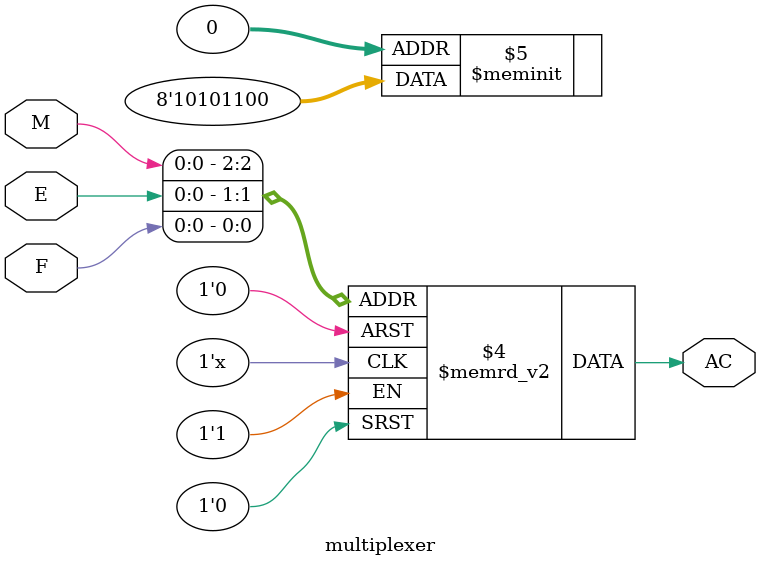
<source format=v>



// Generated by Quartus II 64-Bit Version 13.1 (Build Build 162 10/23/2013)
// Created on Thu Oct 24 17:39:36 2024

//  Module Declaration
module multiplexer
(
// {{ALTERA_ARGS_BEGIN}} DO NOT REMOVE THIS LINE!
E, F, M, AC
// {{ALTERA_ARGS_END}} DO NOT REMOVE THIS LINE!
);
// Port Declaration

// {{ALTERA_IO_BEGIN}} DO NOT REMOVE THIS LINE!
input E;
input F;
input M;
output AC;
// {{ALTERA_IO_END}} DO NOT REMOVE THIS LINE!

reg AC;

always @ (M or E or F)
begin
case ({M,E,F})

3'b000: AC= 'b0;
3'b001: AC= 'b0;
3'b010: AC= 'b1;
3'b011: AC= 'b1;
3'b100: AC= 'b0;
3'b101: AC= 'b1;
3'b110: AC= 'b0;
3'b111: AC= 'b1;
endcase
end


endmodule

</source>
